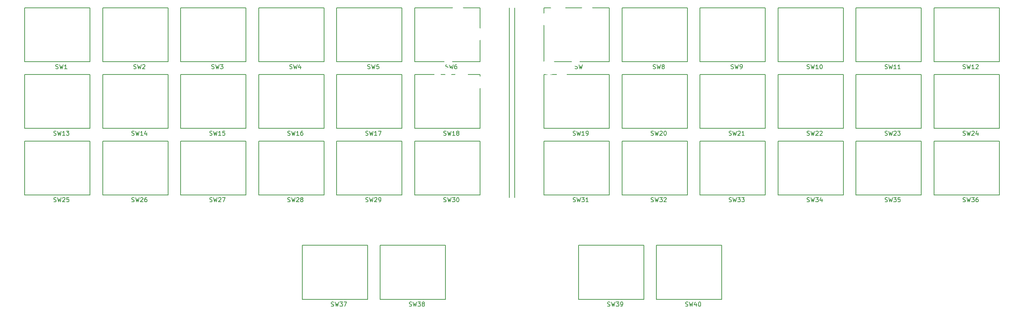
<source format=gto>
G04 #@! TF.FileFunction,Legend,Top*
%FSLAX46Y46*%
G04 Gerber Fmt 4.6, Leading zero omitted, Abs format (unit mm)*
G04 Created by KiCad (PCBNEW 4.0.1-stable) date Thursday, March 02, 2017 'PMt' 06:18:16 PM*
%MOMM*%
G01*
G04 APERTURE LIST*
%ADD10C,0.100000*%
%ADD11C,0.200000*%
%ADD12C,0.150000*%
%ADD13C,3.400000*%
%ADD14C,2.900000*%
%ADD15O,3.400000X3.400000*%
%ADD16C,1.924000*%
%ADD17O,2.400000X4.400000*%
%ADD18C,3.600000*%
%ADD19C,2.400000*%
%ADD20C,3.400000*%
%ADD21R,2.127200X2.127200*%
%ADD22O,2.127200X2.127200*%
G04 APERTURE END LIST*
D10*
D11*
X116200000Y0D02*
X116200000Y-45000000D01*
X115000000Y0D02*
X115000000Y-45000000D01*
D12*
X89500000Y-12800000D02*
X74000000Y-12800000D01*
X89500000Y0D02*
X89500000Y-12800000D01*
X74000000Y0D02*
X89500000Y0D01*
X74000000Y-12800000D02*
X74000000Y0D01*
X81333330Y-69200000D02*
X65833330Y-69200000D01*
X81333330Y-56400000D02*
X81333330Y-69200000D01*
X65833330Y-56400000D02*
X81333330Y-56400000D01*
X65833330Y-69200000D02*
X65833330Y-56400000D01*
X52500000Y-12800000D02*
X37000000Y-12800000D01*
X52500000Y0D02*
X52500000Y-12800000D01*
X37000000Y0D02*
X52500000Y0D01*
X37000000Y-12800000D02*
X37000000Y0D01*
X138700000Y-12800000D02*
X123200000Y-12800000D01*
X138700000Y0D02*
X138700000Y-12800000D01*
X123200000Y0D02*
X138700000Y0D01*
X123200000Y-12800000D02*
X123200000Y0D01*
X108000000Y-12800000D02*
X92500000Y-12800000D01*
X108000000Y0D02*
X108000000Y-12800000D01*
X92500000Y0D02*
X108000000Y0D01*
X92500000Y-12800000D02*
X92500000Y0D01*
X108000000Y-28600000D02*
X92500000Y-28600000D01*
X108000000Y-15800000D02*
X108000000Y-28600000D01*
X92500000Y-15800000D02*
X108000000Y-15800000D01*
X92500000Y-28600000D02*
X92500000Y-15800000D01*
X15500000Y-12800000D02*
X0Y-12800000D01*
X15500000Y0D02*
X15500000Y-12800000D01*
X0Y0D02*
X15500000Y0D01*
X0Y-12800000D02*
X0Y0D01*
X165366667Y-69200000D02*
X149866667Y-69200000D01*
X165366667Y-56400000D02*
X165366667Y-69200000D01*
X149866667Y-56400000D02*
X165366667Y-56400000D01*
X149866667Y-69200000D02*
X149866667Y-56400000D01*
X146866667Y-69200000D02*
X131366667Y-69200000D01*
X146866667Y-56400000D02*
X146866667Y-69200000D01*
X131366667Y-56400000D02*
X146866667Y-56400000D01*
X131366667Y-69200000D02*
X131366667Y-56400000D01*
X99833330Y-69200000D02*
X84333330Y-69200000D01*
X99833330Y-56400000D02*
X99833330Y-69200000D01*
X84333330Y-56400000D02*
X99833330Y-56400000D01*
X84333330Y-69200000D02*
X84333330Y-56400000D01*
X231200000Y-44400000D02*
X215700000Y-44400000D01*
X231200000Y-31600000D02*
X231200000Y-44400000D01*
X215700000Y-31600000D02*
X231200000Y-31600000D01*
X215700000Y-44400000D02*
X215700000Y-31600000D01*
X212700000Y-44400000D02*
X197200000Y-44400000D01*
X212700000Y-31600000D02*
X212700000Y-44400000D01*
X197200000Y-31600000D02*
X212700000Y-31600000D01*
X197200000Y-44400000D02*
X197200000Y-31600000D01*
X194200000Y-44400000D02*
X178700000Y-44400000D01*
X194200000Y-31600000D02*
X194200000Y-44400000D01*
X178700000Y-31600000D02*
X194200000Y-31600000D01*
X178700000Y-44400000D02*
X178700000Y-31600000D01*
X175700000Y-44400000D02*
X160200000Y-44400000D01*
X175700000Y-31600000D02*
X175700000Y-44400000D01*
X160200000Y-31600000D02*
X175700000Y-31600000D01*
X160200000Y-44400000D02*
X160200000Y-31600000D01*
X157200000Y-44400000D02*
X141700000Y-44400000D01*
X157200000Y-31600000D02*
X157200000Y-44400000D01*
X141700000Y-31600000D02*
X157200000Y-31600000D01*
X141700000Y-44400000D02*
X141700000Y-31600000D01*
X138700000Y-44400000D02*
X123200000Y-44400000D01*
X138700000Y-31600000D02*
X138700000Y-44400000D01*
X123200000Y-31600000D02*
X138700000Y-31600000D01*
X123200000Y-44400000D02*
X123200000Y-31600000D01*
X108000000Y-44400000D02*
X92500000Y-44400000D01*
X108000000Y-31600000D02*
X108000000Y-44400000D01*
X92500000Y-31600000D02*
X108000000Y-31600000D01*
X92500000Y-44400000D02*
X92500000Y-31600000D01*
X89500000Y-44400000D02*
X74000000Y-44400000D01*
X89500000Y-31600000D02*
X89500000Y-44400000D01*
X74000000Y-31600000D02*
X89500000Y-31600000D01*
X74000000Y-44400000D02*
X74000000Y-31600000D01*
X71000000Y-44400000D02*
X55500000Y-44400000D01*
X71000000Y-31600000D02*
X71000000Y-44400000D01*
X55500000Y-31600000D02*
X71000000Y-31600000D01*
X55500000Y-44400000D02*
X55500000Y-31600000D01*
X52500000Y-44400000D02*
X37000000Y-44400000D01*
X52500000Y-31600000D02*
X52500000Y-44400000D01*
X37000000Y-31600000D02*
X52500000Y-31600000D01*
X37000000Y-44400000D02*
X37000000Y-31600000D01*
X34000000Y-44400000D02*
X18500000Y-44400000D01*
X34000000Y-31600000D02*
X34000000Y-44400000D01*
X18500000Y-31600000D02*
X34000000Y-31600000D01*
X18500000Y-44400000D02*
X18500000Y-31600000D01*
X15500000Y-44400000D02*
X0Y-44400000D01*
X15500000Y-31600000D02*
X15500000Y-44400000D01*
X0Y-31600000D02*
X15500000Y-31600000D01*
X0Y-44400000D02*
X0Y-31600000D01*
X231200000Y-28600000D02*
X215700000Y-28600000D01*
X231200000Y-15800000D02*
X231200000Y-28600000D01*
X215700000Y-15800000D02*
X231200000Y-15800000D01*
X215700000Y-28600000D02*
X215700000Y-15800000D01*
X212700000Y-28600000D02*
X197200000Y-28600000D01*
X212700000Y-15800000D02*
X212700000Y-28600000D01*
X197200000Y-15800000D02*
X212700000Y-15800000D01*
X197200000Y-28600000D02*
X197200000Y-15800000D01*
X194200000Y-28600000D02*
X178700000Y-28600000D01*
X194200000Y-15800000D02*
X194200000Y-28600000D01*
X178700000Y-15800000D02*
X194200000Y-15800000D01*
X178700000Y-28600000D02*
X178700000Y-15800000D01*
X175700000Y-28600000D02*
X160200000Y-28600000D01*
X175700000Y-15800000D02*
X175700000Y-28600000D01*
X160200000Y-15800000D02*
X175700000Y-15800000D01*
X160200000Y-28600000D02*
X160200000Y-15800000D01*
X157200000Y-28600000D02*
X141700000Y-28600000D01*
X157200000Y-15800000D02*
X157200000Y-28600000D01*
X141700000Y-15800000D02*
X157200000Y-15800000D01*
X141700000Y-28600000D02*
X141700000Y-15800000D01*
X138700000Y-28600000D02*
X123200000Y-28600000D01*
X138700000Y-15800000D02*
X138700000Y-28600000D01*
X123200000Y-15800000D02*
X138700000Y-15800000D01*
X123200000Y-28600000D02*
X123200000Y-15800000D01*
X89500000Y-28600000D02*
X74000000Y-28600000D01*
X89500000Y-15800000D02*
X89500000Y-28600000D01*
X74000000Y-15800000D02*
X89500000Y-15800000D01*
X74000000Y-28600000D02*
X74000000Y-15800000D01*
X71000000Y-28600000D02*
X55500000Y-28600000D01*
X71000000Y-15800000D02*
X71000000Y-28600000D01*
X55500000Y-15800000D02*
X71000000Y-15800000D01*
X55500000Y-28600000D02*
X55500000Y-15800000D01*
X52500000Y-28600000D02*
X37000000Y-28600000D01*
X52500000Y-15800000D02*
X52500000Y-28600000D01*
X37000000Y-15800000D02*
X52500000Y-15800000D01*
X37000000Y-28600000D02*
X37000000Y-15800000D01*
X34000000Y-28600000D02*
X18500000Y-28600000D01*
X34000000Y-15800000D02*
X34000000Y-28600000D01*
X18500000Y-15800000D02*
X34000000Y-15800000D01*
X18500000Y-28600000D02*
X18500000Y-15800000D01*
X15500000Y-28600000D02*
X0Y-28600000D01*
X15500000Y-15800000D02*
X15500000Y-28600000D01*
X0Y-15800000D02*
X15500000Y-15800000D01*
X0Y-28600000D02*
X0Y-15800000D01*
X231200000Y-12800000D02*
X215700000Y-12800000D01*
X231200000Y0D02*
X231200000Y-12800000D01*
X215700000Y0D02*
X231200000Y0D01*
X215700000Y-12800000D02*
X215700000Y0D01*
X212700000Y-12800000D02*
X197200000Y-12800000D01*
X212700000Y0D02*
X212700000Y-12800000D01*
X197200000Y0D02*
X212700000Y0D01*
X197200000Y-12800000D02*
X197200000Y0D01*
X194200000Y-12800000D02*
X178700000Y-12800000D01*
X194200000Y0D02*
X194200000Y-12800000D01*
X178700000Y0D02*
X194200000Y0D01*
X178700000Y-12800000D02*
X178700000Y0D01*
X175700000Y-12800000D02*
X160200000Y-12800000D01*
X175700000Y0D02*
X175700000Y-12800000D01*
X160200000Y0D02*
X175700000Y0D01*
X160200000Y-12800000D02*
X160200000Y0D01*
X157200000Y-12800000D02*
X141700000Y-12800000D01*
X157200000Y0D02*
X157200000Y-12800000D01*
X141700000Y0D02*
X157200000Y0D01*
X141700000Y-12800000D02*
X141700000Y0D01*
X71000000Y-12800000D02*
X55500000Y-12800000D01*
X71000000Y0D02*
X71000000Y-12800000D01*
X55500000Y0D02*
X71000000Y0D01*
X55500000Y-12800000D02*
X55500000Y0D01*
X34000000Y-12800000D02*
X18500000Y-12800000D01*
X34000000Y0D02*
X34000000Y-12800000D01*
X18500000Y0D02*
X34000000Y0D01*
X18500000Y-12800000D02*
X18500000Y0D01*
X81366667Y-14404762D02*
X81509524Y-14452381D01*
X81747620Y-14452381D01*
X81842858Y-14404762D01*
X81890477Y-14357143D01*
X81938096Y-14261905D01*
X81938096Y-14166667D01*
X81890477Y-14071429D01*
X81842858Y-14023810D01*
X81747620Y-13976190D01*
X81557143Y-13928571D01*
X81461905Y-13880952D01*
X81414286Y-13833333D01*
X81366667Y-13738095D01*
X81366667Y-13642857D01*
X81414286Y-13547619D01*
X81461905Y-13500000D01*
X81557143Y-13452381D01*
X81795239Y-13452381D01*
X81938096Y-13500000D01*
X82271429Y-13452381D02*
X82509524Y-14452381D01*
X82700001Y-13738095D01*
X82890477Y-14452381D01*
X83128572Y-13452381D01*
X83985715Y-13452381D02*
X83509524Y-13452381D01*
X83461905Y-13928571D01*
X83509524Y-13880952D01*
X83604762Y-13833333D01*
X83842858Y-13833333D01*
X83938096Y-13880952D01*
X83985715Y-13928571D01*
X84033334Y-14023810D01*
X84033334Y-14261905D01*
X83985715Y-14357143D01*
X83938096Y-14404762D01*
X83842858Y-14452381D01*
X83604762Y-14452381D01*
X83509524Y-14404762D01*
X83461905Y-14357143D01*
X72723806Y-70804762D02*
X72866663Y-70852381D01*
X73104759Y-70852381D01*
X73199997Y-70804762D01*
X73247616Y-70757143D01*
X73295235Y-70661905D01*
X73295235Y-70566667D01*
X73247616Y-70471429D01*
X73199997Y-70423810D01*
X73104759Y-70376190D01*
X72914282Y-70328571D01*
X72819044Y-70280952D01*
X72771425Y-70233333D01*
X72723806Y-70138095D01*
X72723806Y-70042857D01*
X72771425Y-69947619D01*
X72819044Y-69900000D01*
X72914282Y-69852381D01*
X73152378Y-69852381D01*
X73295235Y-69900000D01*
X73628568Y-69852381D02*
X73866663Y-70852381D01*
X74057140Y-70138095D01*
X74247616Y-70852381D01*
X74485711Y-69852381D01*
X74771425Y-69852381D02*
X75390473Y-69852381D01*
X75057139Y-70233333D01*
X75199997Y-70233333D01*
X75295235Y-70280952D01*
X75342854Y-70328571D01*
X75390473Y-70423810D01*
X75390473Y-70661905D01*
X75342854Y-70757143D01*
X75295235Y-70804762D01*
X75199997Y-70852381D01*
X74914282Y-70852381D01*
X74819044Y-70804762D01*
X74771425Y-70757143D01*
X75723806Y-69852381D02*
X76390473Y-69852381D01*
X75961901Y-70852381D01*
X44366667Y-14404762D02*
X44509524Y-14452381D01*
X44747620Y-14452381D01*
X44842858Y-14404762D01*
X44890477Y-14357143D01*
X44938096Y-14261905D01*
X44938096Y-14166667D01*
X44890477Y-14071429D01*
X44842858Y-14023810D01*
X44747620Y-13976190D01*
X44557143Y-13928571D01*
X44461905Y-13880952D01*
X44414286Y-13833333D01*
X44366667Y-13738095D01*
X44366667Y-13642857D01*
X44414286Y-13547619D01*
X44461905Y-13500000D01*
X44557143Y-13452381D01*
X44795239Y-13452381D01*
X44938096Y-13500000D01*
X45271429Y-13452381D02*
X45509524Y-14452381D01*
X45700001Y-13738095D01*
X45890477Y-14452381D01*
X46128572Y-13452381D01*
X46414286Y-13452381D02*
X47033334Y-13452381D01*
X46700000Y-13833333D01*
X46842858Y-13833333D01*
X46938096Y-13880952D01*
X46985715Y-13928571D01*
X47033334Y-14023810D01*
X47033334Y-14261905D01*
X46985715Y-14357143D01*
X46938096Y-14404762D01*
X46842858Y-14452381D01*
X46557143Y-14452381D01*
X46461905Y-14404762D01*
X46414286Y-14357143D01*
X130566667Y-14404762D02*
X130709524Y-14452381D01*
X130947620Y-14452381D01*
X131042858Y-14404762D01*
X131090477Y-14357143D01*
X131138096Y-14261905D01*
X131138096Y-14166667D01*
X131090477Y-14071429D01*
X131042858Y-14023810D01*
X130947620Y-13976190D01*
X130757143Y-13928571D01*
X130661905Y-13880952D01*
X130614286Y-13833333D01*
X130566667Y-13738095D01*
X130566667Y-13642857D01*
X130614286Y-13547619D01*
X130661905Y-13500000D01*
X130757143Y-13452381D01*
X130995239Y-13452381D01*
X131138096Y-13500000D01*
X131471429Y-13452381D02*
X131709524Y-14452381D01*
X131900001Y-13738095D01*
X132090477Y-14452381D01*
X132328572Y-13452381D01*
X132614286Y-13452381D02*
X133280953Y-13452381D01*
X132852381Y-14452381D01*
X99866667Y-14404762D02*
X100009524Y-14452381D01*
X100247620Y-14452381D01*
X100342858Y-14404762D01*
X100390477Y-14357143D01*
X100438096Y-14261905D01*
X100438096Y-14166667D01*
X100390477Y-14071429D01*
X100342858Y-14023810D01*
X100247620Y-13976190D01*
X100057143Y-13928571D01*
X99961905Y-13880952D01*
X99914286Y-13833333D01*
X99866667Y-13738095D01*
X99866667Y-13642857D01*
X99914286Y-13547619D01*
X99961905Y-13500000D01*
X100057143Y-13452381D01*
X100295239Y-13452381D01*
X100438096Y-13500000D01*
X100771429Y-13452381D02*
X101009524Y-14452381D01*
X101200001Y-13738095D01*
X101390477Y-14452381D01*
X101628572Y-13452381D01*
X102438096Y-13452381D02*
X102247619Y-13452381D01*
X102152381Y-13500000D01*
X102104762Y-13547619D01*
X102009524Y-13690476D01*
X101961905Y-13880952D01*
X101961905Y-14261905D01*
X102009524Y-14357143D01*
X102057143Y-14404762D01*
X102152381Y-14452381D01*
X102342858Y-14452381D01*
X102438096Y-14404762D01*
X102485715Y-14357143D01*
X102533334Y-14261905D01*
X102533334Y-14023810D01*
X102485715Y-13928571D01*
X102438096Y-13880952D01*
X102342858Y-13833333D01*
X102152381Y-13833333D01*
X102057143Y-13880952D01*
X102009524Y-13928571D01*
X101961905Y-14023810D01*
X99390476Y-30204762D02*
X99533333Y-30252381D01*
X99771429Y-30252381D01*
X99866667Y-30204762D01*
X99914286Y-30157143D01*
X99961905Y-30061905D01*
X99961905Y-29966667D01*
X99914286Y-29871429D01*
X99866667Y-29823810D01*
X99771429Y-29776190D01*
X99580952Y-29728571D01*
X99485714Y-29680952D01*
X99438095Y-29633333D01*
X99390476Y-29538095D01*
X99390476Y-29442857D01*
X99438095Y-29347619D01*
X99485714Y-29300000D01*
X99580952Y-29252381D01*
X99819048Y-29252381D01*
X99961905Y-29300000D01*
X100295238Y-29252381D02*
X100533333Y-30252381D01*
X100723810Y-29538095D01*
X100914286Y-30252381D01*
X101152381Y-29252381D01*
X102057143Y-30252381D02*
X101485714Y-30252381D01*
X101771428Y-30252381D02*
X101771428Y-29252381D01*
X101676190Y-29395238D01*
X101580952Y-29490476D01*
X101485714Y-29538095D01*
X102628571Y-29680952D02*
X102533333Y-29633333D01*
X102485714Y-29585714D01*
X102438095Y-29490476D01*
X102438095Y-29442857D01*
X102485714Y-29347619D01*
X102533333Y-29300000D01*
X102628571Y-29252381D01*
X102819048Y-29252381D01*
X102914286Y-29300000D01*
X102961905Y-29347619D01*
X103009524Y-29442857D01*
X103009524Y-29490476D01*
X102961905Y-29585714D01*
X102914286Y-29633333D01*
X102819048Y-29680952D01*
X102628571Y-29680952D01*
X102533333Y-29728571D01*
X102485714Y-29776190D01*
X102438095Y-29871429D01*
X102438095Y-30061905D01*
X102485714Y-30157143D01*
X102533333Y-30204762D01*
X102628571Y-30252381D01*
X102819048Y-30252381D01*
X102914286Y-30204762D01*
X102961905Y-30157143D01*
X103009524Y-30061905D01*
X103009524Y-29871429D01*
X102961905Y-29776190D01*
X102914286Y-29728571D01*
X102819048Y-29680952D01*
X7366667Y-14404762D02*
X7509524Y-14452381D01*
X7747620Y-14452381D01*
X7842858Y-14404762D01*
X7890477Y-14357143D01*
X7938096Y-14261905D01*
X7938096Y-14166667D01*
X7890477Y-14071429D01*
X7842858Y-14023810D01*
X7747620Y-13976190D01*
X7557143Y-13928571D01*
X7461905Y-13880952D01*
X7414286Y-13833333D01*
X7366667Y-13738095D01*
X7366667Y-13642857D01*
X7414286Y-13547619D01*
X7461905Y-13500000D01*
X7557143Y-13452381D01*
X7795239Y-13452381D01*
X7938096Y-13500000D01*
X8271429Y-13452381D02*
X8509524Y-14452381D01*
X8700001Y-13738095D01*
X8890477Y-14452381D01*
X9128572Y-13452381D01*
X10033334Y-14452381D02*
X9461905Y-14452381D01*
X9747619Y-14452381D02*
X9747619Y-13452381D01*
X9652381Y-13595238D01*
X9557143Y-13690476D01*
X9461905Y-13738095D01*
X156757143Y-70804762D02*
X156900000Y-70852381D01*
X157138096Y-70852381D01*
X157233334Y-70804762D01*
X157280953Y-70757143D01*
X157328572Y-70661905D01*
X157328572Y-70566667D01*
X157280953Y-70471429D01*
X157233334Y-70423810D01*
X157138096Y-70376190D01*
X156947619Y-70328571D01*
X156852381Y-70280952D01*
X156804762Y-70233333D01*
X156757143Y-70138095D01*
X156757143Y-70042857D01*
X156804762Y-69947619D01*
X156852381Y-69900000D01*
X156947619Y-69852381D01*
X157185715Y-69852381D01*
X157328572Y-69900000D01*
X157661905Y-69852381D02*
X157900000Y-70852381D01*
X158090477Y-70138095D01*
X158280953Y-70852381D01*
X158519048Y-69852381D01*
X159328572Y-70185714D02*
X159328572Y-70852381D01*
X159090476Y-69804762D02*
X158852381Y-70519048D01*
X159471429Y-70519048D01*
X160042857Y-69852381D02*
X160138096Y-69852381D01*
X160233334Y-69900000D01*
X160280953Y-69947619D01*
X160328572Y-70042857D01*
X160376191Y-70233333D01*
X160376191Y-70471429D01*
X160328572Y-70661905D01*
X160280953Y-70757143D01*
X160233334Y-70804762D01*
X160138096Y-70852381D01*
X160042857Y-70852381D01*
X159947619Y-70804762D01*
X159900000Y-70757143D01*
X159852381Y-70661905D01*
X159804762Y-70471429D01*
X159804762Y-70233333D01*
X159852381Y-70042857D01*
X159900000Y-69947619D01*
X159947619Y-69900000D01*
X160042857Y-69852381D01*
X138257143Y-70804762D02*
X138400000Y-70852381D01*
X138638096Y-70852381D01*
X138733334Y-70804762D01*
X138780953Y-70757143D01*
X138828572Y-70661905D01*
X138828572Y-70566667D01*
X138780953Y-70471429D01*
X138733334Y-70423810D01*
X138638096Y-70376190D01*
X138447619Y-70328571D01*
X138352381Y-70280952D01*
X138304762Y-70233333D01*
X138257143Y-70138095D01*
X138257143Y-70042857D01*
X138304762Y-69947619D01*
X138352381Y-69900000D01*
X138447619Y-69852381D01*
X138685715Y-69852381D01*
X138828572Y-69900000D01*
X139161905Y-69852381D02*
X139400000Y-70852381D01*
X139590477Y-70138095D01*
X139780953Y-70852381D01*
X140019048Y-69852381D01*
X140304762Y-69852381D02*
X140923810Y-69852381D01*
X140590476Y-70233333D01*
X140733334Y-70233333D01*
X140828572Y-70280952D01*
X140876191Y-70328571D01*
X140923810Y-70423810D01*
X140923810Y-70661905D01*
X140876191Y-70757143D01*
X140828572Y-70804762D01*
X140733334Y-70852381D01*
X140447619Y-70852381D01*
X140352381Y-70804762D01*
X140304762Y-70757143D01*
X141400000Y-70852381D02*
X141590476Y-70852381D01*
X141685715Y-70804762D01*
X141733334Y-70757143D01*
X141828572Y-70614286D01*
X141876191Y-70423810D01*
X141876191Y-70042857D01*
X141828572Y-69947619D01*
X141780953Y-69900000D01*
X141685715Y-69852381D01*
X141495238Y-69852381D01*
X141400000Y-69900000D01*
X141352381Y-69947619D01*
X141304762Y-70042857D01*
X141304762Y-70280952D01*
X141352381Y-70376190D01*
X141400000Y-70423810D01*
X141495238Y-70471429D01*
X141685715Y-70471429D01*
X141780953Y-70423810D01*
X141828572Y-70376190D01*
X141876191Y-70280952D01*
X91223806Y-70804762D02*
X91366663Y-70852381D01*
X91604759Y-70852381D01*
X91699997Y-70804762D01*
X91747616Y-70757143D01*
X91795235Y-70661905D01*
X91795235Y-70566667D01*
X91747616Y-70471429D01*
X91699997Y-70423810D01*
X91604759Y-70376190D01*
X91414282Y-70328571D01*
X91319044Y-70280952D01*
X91271425Y-70233333D01*
X91223806Y-70138095D01*
X91223806Y-70042857D01*
X91271425Y-69947619D01*
X91319044Y-69900000D01*
X91414282Y-69852381D01*
X91652378Y-69852381D01*
X91795235Y-69900000D01*
X92128568Y-69852381D02*
X92366663Y-70852381D01*
X92557140Y-70138095D01*
X92747616Y-70852381D01*
X92985711Y-69852381D01*
X93271425Y-69852381D02*
X93890473Y-69852381D01*
X93557139Y-70233333D01*
X93699997Y-70233333D01*
X93795235Y-70280952D01*
X93842854Y-70328571D01*
X93890473Y-70423810D01*
X93890473Y-70661905D01*
X93842854Y-70757143D01*
X93795235Y-70804762D01*
X93699997Y-70852381D01*
X93414282Y-70852381D01*
X93319044Y-70804762D01*
X93271425Y-70757143D01*
X94461901Y-70280952D02*
X94366663Y-70233333D01*
X94319044Y-70185714D01*
X94271425Y-70090476D01*
X94271425Y-70042857D01*
X94319044Y-69947619D01*
X94366663Y-69900000D01*
X94461901Y-69852381D01*
X94652378Y-69852381D01*
X94747616Y-69900000D01*
X94795235Y-69947619D01*
X94842854Y-70042857D01*
X94842854Y-70090476D01*
X94795235Y-70185714D01*
X94747616Y-70233333D01*
X94652378Y-70280952D01*
X94461901Y-70280952D01*
X94366663Y-70328571D01*
X94319044Y-70376190D01*
X94271425Y-70471429D01*
X94271425Y-70661905D01*
X94319044Y-70757143D01*
X94366663Y-70804762D01*
X94461901Y-70852381D01*
X94652378Y-70852381D01*
X94747616Y-70804762D01*
X94795235Y-70757143D01*
X94842854Y-70661905D01*
X94842854Y-70471429D01*
X94795235Y-70376190D01*
X94747616Y-70328571D01*
X94652378Y-70280952D01*
X222590476Y-46004762D02*
X222733333Y-46052381D01*
X222971429Y-46052381D01*
X223066667Y-46004762D01*
X223114286Y-45957143D01*
X223161905Y-45861905D01*
X223161905Y-45766667D01*
X223114286Y-45671429D01*
X223066667Y-45623810D01*
X222971429Y-45576190D01*
X222780952Y-45528571D01*
X222685714Y-45480952D01*
X222638095Y-45433333D01*
X222590476Y-45338095D01*
X222590476Y-45242857D01*
X222638095Y-45147619D01*
X222685714Y-45100000D01*
X222780952Y-45052381D01*
X223019048Y-45052381D01*
X223161905Y-45100000D01*
X223495238Y-45052381D02*
X223733333Y-46052381D01*
X223923810Y-45338095D01*
X224114286Y-46052381D01*
X224352381Y-45052381D01*
X224638095Y-45052381D02*
X225257143Y-45052381D01*
X224923809Y-45433333D01*
X225066667Y-45433333D01*
X225161905Y-45480952D01*
X225209524Y-45528571D01*
X225257143Y-45623810D01*
X225257143Y-45861905D01*
X225209524Y-45957143D01*
X225161905Y-46004762D01*
X225066667Y-46052381D01*
X224780952Y-46052381D01*
X224685714Y-46004762D01*
X224638095Y-45957143D01*
X226114286Y-45052381D02*
X225923809Y-45052381D01*
X225828571Y-45100000D01*
X225780952Y-45147619D01*
X225685714Y-45290476D01*
X225638095Y-45480952D01*
X225638095Y-45861905D01*
X225685714Y-45957143D01*
X225733333Y-46004762D01*
X225828571Y-46052381D01*
X226019048Y-46052381D01*
X226114286Y-46004762D01*
X226161905Y-45957143D01*
X226209524Y-45861905D01*
X226209524Y-45623810D01*
X226161905Y-45528571D01*
X226114286Y-45480952D01*
X226019048Y-45433333D01*
X225828571Y-45433333D01*
X225733333Y-45480952D01*
X225685714Y-45528571D01*
X225638095Y-45623810D01*
X204090476Y-46004762D02*
X204233333Y-46052381D01*
X204471429Y-46052381D01*
X204566667Y-46004762D01*
X204614286Y-45957143D01*
X204661905Y-45861905D01*
X204661905Y-45766667D01*
X204614286Y-45671429D01*
X204566667Y-45623810D01*
X204471429Y-45576190D01*
X204280952Y-45528571D01*
X204185714Y-45480952D01*
X204138095Y-45433333D01*
X204090476Y-45338095D01*
X204090476Y-45242857D01*
X204138095Y-45147619D01*
X204185714Y-45100000D01*
X204280952Y-45052381D01*
X204519048Y-45052381D01*
X204661905Y-45100000D01*
X204995238Y-45052381D02*
X205233333Y-46052381D01*
X205423810Y-45338095D01*
X205614286Y-46052381D01*
X205852381Y-45052381D01*
X206138095Y-45052381D02*
X206757143Y-45052381D01*
X206423809Y-45433333D01*
X206566667Y-45433333D01*
X206661905Y-45480952D01*
X206709524Y-45528571D01*
X206757143Y-45623810D01*
X206757143Y-45861905D01*
X206709524Y-45957143D01*
X206661905Y-46004762D01*
X206566667Y-46052381D01*
X206280952Y-46052381D01*
X206185714Y-46004762D01*
X206138095Y-45957143D01*
X207661905Y-45052381D02*
X207185714Y-45052381D01*
X207138095Y-45528571D01*
X207185714Y-45480952D01*
X207280952Y-45433333D01*
X207519048Y-45433333D01*
X207614286Y-45480952D01*
X207661905Y-45528571D01*
X207709524Y-45623810D01*
X207709524Y-45861905D01*
X207661905Y-45957143D01*
X207614286Y-46004762D01*
X207519048Y-46052381D01*
X207280952Y-46052381D01*
X207185714Y-46004762D01*
X207138095Y-45957143D01*
X185590476Y-46004762D02*
X185733333Y-46052381D01*
X185971429Y-46052381D01*
X186066667Y-46004762D01*
X186114286Y-45957143D01*
X186161905Y-45861905D01*
X186161905Y-45766667D01*
X186114286Y-45671429D01*
X186066667Y-45623810D01*
X185971429Y-45576190D01*
X185780952Y-45528571D01*
X185685714Y-45480952D01*
X185638095Y-45433333D01*
X185590476Y-45338095D01*
X185590476Y-45242857D01*
X185638095Y-45147619D01*
X185685714Y-45100000D01*
X185780952Y-45052381D01*
X186019048Y-45052381D01*
X186161905Y-45100000D01*
X186495238Y-45052381D02*
X186733333Y-46052381D01*
X186923810Y-45338095D01*
X187114286Y-46052381D01*
X187352381Y-45052381D01*
X187638095Y-45052381D02*
X188257143Y-45052381D01*
X187923809Y-45433333D01*
X188066667Y-45433333D01*
X188161905Y-45480952D01*
X188209524Y-45528571D01*
X188257143Y-45623810D01*
X188257143Y-45861905D01*
X188209524Y-45957143D01*
X188161905Y-46004762D01*
X188066667Y-46052381D01*
X187780952Y-46052381D01*
X187685714Y-46004762D01*
X187638095Y-45957143D01*
X189114286Y-45385714D02*
X189114286Y-46052381D01*
X188876190Y-45004762D02*
X188638095Y-45719048D01*
X189257143Y-45719048D01*
X167090476Y-46004762D02*
X167233333Y-46052381D01*
X167471429Y-46052381D01*
X167566667Y-46004762D01*
X167614286Y-45957143D01*
X167661905Y-45861905D01*
X167661905Y-45766667D01*
X167614286Y-45671429D01*
X167566667Y-45623810D01*
X167471429Y-45576190D01*
X167280952Y-45528571D01*
X167185714Y-45480952D01*
X167138095Y-45433333D01*
X167090476Y-45338095D01*
X167090476Y-45242857D01*
X167138095Y-45147619D01*
X167185714Y-45100000D01*
X167280952Y-45052381D01*
X167519048Y-45052381D01*
X167661905Y-45100000D01*
X167995238Y-45052381D02*
X168233333Y-46052381D01*
X168423810Y-45338095D01*
X168614286Y-46052381D01*
X168852381Y-45052381D01*
X169138095Y-45052381D02*
X169757143Y-45052381D01*
X169423809Y-45433333D01*
X169566667Y-45433333D01*
X169661905Y-45480952D01*
X169709524Y-45528571D01*
X169757143Y-45623810D01*
X169757143Y-45861905D01*
X169709524Y-45957143D01*
X169661905Y-46004762D01*
X169566667Y-46052381D01*
X169280952Y-46052381D01*
X169185714Y-46004762D01*
X169138095Y-45957143D01*
X170090476Y-45052381D02*
X170709524Y-45052381D01*
X170376190Y-45433333D01*
X170519048Y-45433333D01*
X170614286Y-45480952D01*
X170661905Y-45528571D01*
X170709524Y-45623810D01*
X170709524Y-45861905D01*
X170661905Y-45957143D01*
X170614286Y-46004762D01*
X170519048Y-46052381D01*
X170233333Y-46052381D01*
X170138095Y-46004762D01*
X170090476Y-45957143D01*
X148590476Y-46004762D02*
X148733333Y-46052381D01*
X148971429Y-46052381D01*
X149066667Y-46004762D01*
X149114286Y-45957143D01*
X149161905Y-45861905D01*
X149161905Y-45766667D01*
X149114286Y-45671429D01*
X149066667Y-45623810D01*
X148971429Y-45576190D01*
X148780952Y-45528571D01*
X148685714Y-45480952D01*
X148638095Y-45433333D01*
X148590476Y-45338095D01*
X148590476Y-45242857D01*
X148638095Y-45147619D01*
X148685714Y-45100000D01*
X148780952Y-45052381D01*
X149019048Y-45052381D01*
X149161905Y-45100000D01*
X149495238Y-45052381D02*
X149733333Y-46052381D01*
X149923810Y-45338095D01*
X150114286Y-46052381D01*
X150352381Y-45052381D01*
X150638095Y-45052381D02*
X151257143Y-45052381D01*
X150923809Y-45433333D01*
X151066667Y-45433333D01*
X151161905Y-45480952D01*
X151209524Y-45528571D01*
X151257143Y-45623810D01*
X151257143Y-45861905D01*
X151209524Y-45957143D01*
X151161905Y-46004762D01*
X151066667Y-46052381D01*
X150780952Y-46052381D01*
X150685714Y-46004762D01*
X150638095Y-45957143D01*
X151638095Y-45147619D02*
X151685714Y-45100000D01*
X151780952Y-45052381D01*
X152019048Y-45052381D01*
X152114286Y-45100000D01*
X152161905Y-45147619D01*
X152209524Y-45242857D01*
X152209524Y-45338095D01*
X152161905Y-45480952D01*
X151590476Y-46052381D01*
X152209524Y-46052381D01*
X130090476Y-46004762D02*
X130233333Y-46052381D01*
X130471429Y-46052381D01*
X130566667Y-46004762D01*
X130614286Y-45957143D01*
X130661905Y-45861905D01*
X130661905Y-45766667D01*
X130614286Y-45671429D01*
X130566667Y-45623810D01*
X130471429Y-45576190D01*
X130280952Y-45528571D01*
X130185714Y-45480952D01*
X130138095Y-45433333D01*
X130090476Y-45338095D01*
X130090476Y-45242857D01*
X130138095Y-45147619D01*
X130185714Y-45100000D01*
X130280952Y-45052381D01*
X130519048Y-45052381D01*
X130661905Y-45100000D01*
X130995238Y-45052381D02*
X131233333Y-46052381D01*
X131423810Y-45338095D01*
X131614286Y-46052381D01*
X131852381Y-45052381D01*
X132138095Y-45052381D02*
X132757143Y-45052381D01*
X132423809Y-45433333D01*
X132566667Y-45433333D01*
X132661905Y-45480952D01*
X132709524Y-45528571D01*
X132757143Y-45623810D01*
X132757143Y-45861905D01*
X132709524Y-45957143D01*
X132661905Y-46004762D01*
X132566667Y-46052381D01*
X132280952Y-46052381D01*
X132185714Y-46004762D01*
X132138095Y-45957143D01*
X133709524Y-46052381D02*
X133138095Y-46052381D01*
X133423809Y-46052381D02*
X133423809Y-45052381D01*
X133328571Y-45195238D01*
X133233333Y-45290476D01*
X133138095Y-45338095D01*
X99390476Y-46004762D02*
X99533333Y-46052381D01*
X99771429Y-46052381D01*
X99866667Y-46004762D01*
X99914286Y-45957143D01*
X99961905Y-45861905D01*
X99961905Y-45766667D01*
X99914286Y-45671429D01*
X99866667Y-45623810D01*
X99771429Y-45576190D01*
X99580952Y-45528571D01*
X99485714Y-45480952D01*
X99438095Y-45433333D01*
X99390476Y-45338095D01*
X99390476Y-45242857D01*
X99438095Y-45147619D01*
X99485714Y-45100000D01*
X99580952Y-45052381D01*
X99819048Y-45052381D01*
X99961905Y-45100000D01*
X100295238Y-45052381D02*
X100533333Y-46052381D01*
X100723810Y-45338095D01*
X100914286Y-46052381D01*
X101152381Y-45052381D01*
X101438095Y-45052381D02*
X102057143Y-45052381D01*
X101723809Y-45433333D01*
X101866667Y-45433333D01*
X101961905Y-45480952D01*
X102009524Y-45528571D01*
X102057143Y-45623810D01*
X102057143Y-45861905D01*
X102009524Y-45957143D01*
X101961905Y-46004762D01*
X101866667Y-46052381D01*
X101580952Y-46052381D01*
X101485714Y-46004762D01*
X101438095Y-45957143D01*
X102676190Y-45052381D02*
X102771429Y-45052381D01*
X102866667Y-45100000D01*
X102914286Y-45147619D01*
X102961905Y-45242857D01*
X103009524Y-45433333D01*
X103009524Y-45671429D01*
X102961905Y-45861905D01*
X102914286Y-45957143D01*
X102866667Y-46004762D01*
X102771429Y-46052381D01*
X102676190Y-46052381D01*
X102580952Y-46004762D01*
X102533333Y-45957143D01*
X102485714Y-45861905D01*
X102438095Y-45671429D01*
X102438095Y-45433333D01*
X102485714Y-45242857D01*
X102533333Y-45147619D01*
X102580952Y-45100000D01*
X102676190Y-45052381D01*
X80890476Y-46004762D02*
X81033333Y-46052381D01*
X81271429Y-46052381D01*
X81366667Y-46004762D01*
X81414286Y-45957143D01*
X81461905Y-45861905D01*
X81461905Y-45766667D01*
X81414286Y-45671429D01*
X81366667Y-45623810D01*
X81271429Y-45576190D01*
X81080952Y-45528571D01*
X80985714Y-45480952D01*
X80938095Y-45433333D01*
X80890476Y-45338095D01*
X80890476Y-45242857D01*
X80938095Y-45147619D01*
X80985714Y-45100000D01*
X81080952Y-45052381D01*
X81319048Y-45052381D01*
X81461905Y-45100000D01*
X81795238Y-45052381D02*
X82033333Y-46052381D01*
X82223810Y-45338095D01*
X82414286Y-46052381D01*
X82652381Y-45052381D01*
X82985714Y-45147619D02*
X83033333Y-45100000D01*
X83128571Y-45052381D01*
X83366667Y-45052381D01*
X83461905Y-45100000D01*
X83509524Y-45147619D01*
X83557143Y-45242857D01*
X83557143Y-45338095D01*
X83509524Y-45480952D01*
X82938095Y-46052381D01*
X83557143Y-46052381D01*
X84033333Y-46052381D02*
X84223809Y-46052381D01*
X84319048Y-46004762D01*
X84366667Y-45957143D01*
X84461905Y-45814286D01*
X84509524Y-45623810D01*
X84509524Y-45242857D01*
X84461905Y-45147619D01*
X84414286Y-45100000D01*
X84319048Y-45052381D01*
X84128571Y-45052381D01*
X84033333Y-45100000D01*
X83985714Y-45147619D01*
X83938095Y-45242857D01*
X83938095Y-45480952D01*
X83985714Y-45576190D01*
X84033333Y-45623810D01*
X84128571Y-45671429D01*
X84319048Y-45671429D01*
X84414286Y-45623810D01*
X84461905Y-45576190D01*
X84509524Y-45480952D01*
X62390476Y-46004762D02*
X62533333Y-46052381D01*
X62771429Y-46052381D01*
X62866667Y-46004762D01*
X62914286Y-45957143D01*
X62961905Y-45861905D01*
X62961905Y-45766667D01*
X62914286Y-45671429D01*
X62866667Y-45623810D01*
X62771429Y-45576190D01*
X62580952Y-45528571D01*
X62485714Y-45480952D01*
X62438095Y-45433333D01*
X62390476Y-45338095D01*
X62390476Y-45242857D01*
X62438095Y-45147619D01*
X62485714Y-45100000D01*
X62580952Y-45052381D01*
X62819048Y-45052381D01*
X62961905Y-45100000D01*
X63295238Y-45052381D02*
X63533333Y-46052381D01*
X63723810Y-45338095D01*
X63914286Y-46052381D01*
X64152381Y-45052381D01*
X64485714Y-45147619D02*
X64533333Y-45100000D01*
X64628571Y-45052381D01*
X64866667Y-45052381D01*
X64961905Y-45100000D01*
X65009524Y-45147619D01*
X65057143Y-45242857D01*
X65057143Y-45338095D01*
X65009524Y-45480952D01*
X64438095Y-46052381D01*
X65057143Y-46052381D01*
X65628571Y-45480952D02*
X65533333Y-45433333D01*
X65485714Y-45385714D01*
X65438095Y-45290476D01*
X65438095Y-45242857D01*
X65485714Y-45147619D01*
X65533333Y-45100000D01*
X65628571Y-45052381D01*
X65819048Y-45052381D01*
X65914286Y-45100000D01*
X65961905Y-45147619D01*
X66009524Y-45242857D01*
X66009524Y-45290476D01*
X65961905Y-45385714D01*
X65914286Y-45433333D01*
X65819048Y-45480952D01*
X65628571Y-45480952D01*
X65533333Y-45528571D01*
X65485714Y-45576190D01*
X65438095Y-45671429D01*
X65438095Y-45861905D01*
X65485714Y-45957143D01*
X65533333Y-46004762D01*
X65628571Y-46052381D01*
X65819048Y-46052381D01*
X65914286Y-46004762D01*
X65961905Y-45957143D01*
X66009524Y-45861905D01*
X66009524Y-45671429D01*
X65961905Y-45576190D01*
X65914286Y-45528571D01*
X65819048Y-45480952D01*
X43890476Y-46004762D02*
X44033333Y-46052381D01*
X44271429Y-46052381D01*
X44366667Y-46004762D01*
X44414286Y-45957143D01*
X44461905Y-45861905D01*
X44461905Y-45766667D01*
X44414286Y-45671429D01*
X44366667Y-45623810D01*
X44271429Y-45576190D01*
X44080952Y-45528571D01*
X43985714Y-45480952D01*
X43938095Y-45433333D01*
X43890476Y-45338095D01*
X43890476Y-45242857D01*
X43938095Y-45147619D01*
X43985714Y-45100000D01*
X44080952Y-45052381D01*
X44319048Y-45052381D01*
X44461905Y-45100000D01*
X44795238Y-45052381D02*
X45033333Y-46052381D01*
X45223810Y-45338095D01*
X45414286Y-46052381D01*
X45652381Y-45052381D01*
X45985714Y-45147619D02*
X46033333Y-45100000D01*
X46128571Y-45052381D01*
X46366667Y-45052381D01*
X46461905Y-45100000D01*
X46509524Y-45147619D01*
X46557143Y-45242857D01*
X46557143Y-45338095D01*
X46509524Y-45480952D01*
X45938095Y-46052381D01*
X46557143Y-46052381D01*
X46890476Y-45052381D02*
X47557143Y-45052381D01*
X47128571Y-46052381D01*
X25390476Y-46004762D02*
X25533333Y-46052381D01*
X25771429Y-46052381D01*
X25866667Y-46004762D01*
X25914286Y-45957143D01*
X25961905Y-45861905D01*
X25961905Y-45766667D01*
X25914286Y-45671429D01*
X25866667Y-45623810D01*
X25771429Y-45576190D01*
X25580952Y-45528571D01*
X25485714Y-45480952D01*
X25438095Y-45433333D01*
X25390476Y-45338095D01*
X25390476Y-45242857D01*
X25438095Y-45147619D01*
X25485714Y-45100000D01*
X25580952Y-45052381D01*
X25819048Y-45052381D01*
X25961905Y-45100000D01*
X26295238Y-45052381D02*
X26533333Y-46052381D01*
X26723810Y-45338095D01*
X26914286Y-46052381D01*
X27152381Y-45052381D01*
X27485714Y-45147619D02*
X27533333Y-45100000D01*
X27628571Y-45052381D01*
X27866667Y-45052381D01*
X27961905Y-45100000D01*
X28009524Y-45147619D01*
X28057143Y-45242857D01*
X28057143Y-45338095D01*
X28009524Y-45480952D01*
X27438095Y-46052381D01*
X28057143Y-46052381D01*
X28914286Y-45052381D02*
X28723809Y-45052381D01*
X28628571Y-45100000D01*
X28580952Y-45147619D01*
X28485714Y-45290476D01*
X28438095Y-45480952D01*
X28438095Y-45861905D01*
X28485714Y-45957143D01*
X28533333Y-46004762D01*
X28628571Y-46052381D01*
X28819048Y-46052381D01*
X28914286Y-46004762D01*
X28961905Y-45957143D01*
X29009524Y-45861905D01*
X29009524Y-45623810D01*
X28961905Y-45528571D01*
X28914286Y-45480952D01*
X28819048Y-45433333D01*
X28628571Y-45433333D01*
X28533333Y-45480952D01*
X28485714Y-45528571D01*
X28438095Y-45623810D01*
X6890476Y-46004762D02*
X7033333Y-46052381D01*
X7271429Y-46052381D01*
X7366667Y-46004762D01*
X7414286Y-45957143D01*
X7461905Y-45861905D01*
X7461905Y-45766667D01*
X7414286Y-45671429D01*
X7366667Y-45623810D01*
X7271429Y-45576190D01*
X7080952Y-45528571D01*
X6985714Y-45480952D01*
X6938095Y-45433333D01*
X6890476Y-45338095D01*
X6890476Y-45242857D01*
X6938095Y-45147619D01*
X6985714Y-45100000D01*
X7080952Y-45052381D01*
X7319048Y-45052381D01*
X7461905Y-45100000D01*
X7795238Y-45052381D02*
X8033333Y-46052381D01*
X8223810Y-45338095D01*
X8414286Y-46052381D01*
X8652381Y-45052381D01*
X8985714Y-45147619D02*
X9033333Y-45100000D01*
X9128571Y-45052381D01*
X9366667Y-45052381D01*
X9461905Y-45100000D01*
X9509524Y-45147619D01*
X9557143Y-45242857D01*
X9557143Y-45338095D01*
X9509524Y-45480952D01*
X8938095Y-46052381D01*
X9557143Y-46052381D01*
X10461905Y-45052381D02*
X9985714Y-45052381D01*
X9938095Y-45528571D01*
X9985714Y-45480952D01*
X10080952Y-45433333D01*
X10319048Y-45433333D01*
X10414286Y-45480952D01*
X10461905Y-45528571D01*
X10509524Y-45623810D01*
X10509524Y-45861905D01*
X10461905Y-45957143D01*
X10414286Y-46004762D01*
X10319048Y-46052381D01*
X10080952Y-46052381D01*
X9985714Y-46004762D01*
X9938095Y-45957143D01*
X222590476Y-30204762D02*
X222733333Y-30252381D01*
X222971429Y-30252381D01*
X223066667Y-30204762D01*
X223114286Y-30157143D01*
X223161905Y-30061905D01*
X223161905Y-29966667D01*
X223114286Y-29871429D01*
X223066667Y-29823810D01*
X222971429Y-29776190D01*
X222780952Y-29728571D01*
X222685714Y-29680952D01*
X222638095Y-29633333D01*
X222590476Y-29538095D01*
X222590476Y-29442857D01*
X222638095Y-29347619D01*
X222685714Y-29300000D01*
X222780952Y-29252381D01*
X223019048Y-29252381D01*
X223161905Y-29300000D01*
X223495238Y-29252381D02*
X223733333Y-30252381D01*
X223923810Y-29538095D01*
X224114286Y-30252381D01*
X224352381Y-29252381D01*
X224685714Y-29347619D02*
X224733333Y-29300000D01*
X224828571Y-29252381D01*
X225066667Y-29252381D01*
X225161905Y-29300000D01*
X225209524Y-29347619D01*
X225257143Y-29442857D01*
X225257143Y-29538095D01*
X225209524Y-29680952D01*
X224638095Y-30252381D01*
X225257143Y-30252381D01*
X226114286Y-29585714D02*
X226114286Y-30252381D01*
X225876190Y-29204762D02*
X225638095Y-29919048D01*
X226257143Y-29919048D01*
X204090476Y-30204762D02*
X204233333Y-30252381D01*
X204471429Y-30252381D01*
X204566667Y-30204762D01*
X204614286Y-30157143D01*
X204661905Y-30061905D01*
X204661905Y-29966667D01*
X204614286Y-29871429D01*
X204566667Y-29823810D01*
X204471429Y-29776190D01*
X204280952Y-29728571D01*
X204185714Y-29680952D01*
X204138095Y-29633333D01*
X204090476Y-29538095D01*
X204090476Y-29442857D01*
X204138095Y-29347619D01*
X204185714Y-29300000D01*
X204280952Y-29252381D01*
X204519048Y-29252381D01*
X204661905Y-29300000D01*
X204995238Y-29252381D02*
X205233333Y-30252381D01*
X205423810Y-29538095D01*
X205614286Y-30252381D01*
X205852381Y-29252381D01*
X206185714Y-29347619D02*
X206233333Y-29300000D01*
X206328571Y-29252381D01*
X206566667Y-29252381D01*
X206661905Y-29300000D01*
X206709524Y-29347619D01*
X206757143Y-29442857D01*
X206757143Y-29538095D01*
X206709524Y-29680952D01*
X206138095Y-30252381D01*
X206757143Y-30252381D01*
X207090476Y-29252381D02*
X207709524Y-29252381D01*
X207376190Y-29633333D01*
X207519048Y-29633333D01*
X207614286Y-29680952D01*
X207661905Y-29728571D01*
X207709524Y-29823810D01*
X207709524Y-30061905D01*
X207661905Y-30157143D01*
X207614286Y-30204762D01*
X207519048Y-30252381D01*
X207233333Y-30252381D01*
X207138095Y-30204762D01*
X207090476Y-30157143D01*
X185590476Y-30204762D02*
X185733333Y-30252381D01*
X185971429Y-30252381D01*
X186066667Y-30204762D01*
X186114286Y-30157143D01*
X186161905Y-30061905D01*
X186161905Y-29966667D01*
X186114286Y-29871429D01*
X186066667Y-29823810D01*
X185971429Y-29776190D01*
X185780952Y-29728571D01*
X185685714Y-29680952D01*
X185638095Y-29633333D01*
X185590476Y-29538095D01*
X185590476Y-29442857D01*
X185638095Y-29347619D01*
X185685714Y-29300000D01*
X185780952Y-29252381D01*
X186019048Y-29252381D01*
X186161905Y-29300000D01*
X186495238Y-29252381D02*
X186733333Y-30252381D01*
X186923810Y-29538095D01*
X187114286Y-30252381D01*
X187352381Y-29252381D01*
X187685714Y-29347619D02*
X187733333Y-29300000D01*
X187828571Y-29252381D01*
X188066667Y-29252381D01*
X188161905Y-29300000D01*
X188209524Y-29347619D01*
X188257143Y-29442857D01*
X188257143Y-29538095D01*
X188209524Y-29680952D01*
X187638095Y-30252381D01*
X188257143Y-30252381D01*
X188638095Y-29347619D02*
X188685714Y-29300000D01*
X188780952Y-29252381D01*
X189019048Y-29252381D01*
X189114286Y-29300000D01*
X189161905Y-29347619D01*
X189209524Y-29442857D01*
X189209524Y-29538095D01*
X189161905Y-29680952D01*
X188590476Y-30252381D01*
X189209524Y-30252381D01*
X167090476Y-30204762D02*
X167233333Y-30252381D01*
X167471429Y-30252381D01*
X167566667Y-30204762D01*
X167614286Y-30157143D01*
X167661905Y-30061905D01*
X167661905Y-29966667D01*
X167614286Y-29871429D01*
X167566667Y-29823810D01*
X167471429Y-29776190D01*
X167280952Y-29728571D01*
X167185714Y-29680952D01*
X167138095Y-29633333D01*
X167090476Y-29538095D01*
X167090476Y-29442857D01*
X167138095Y-29347619D01*
X167185714Y-29300000D01*
X167280952Y-29252381D01*
X167519048Y-29252381D01*
X167661905Y-29300000D01*
X167995238Y-29252381D02*
X168233333Y-30252381D01*
X168423810Y-29538095D01*
X168614286Y-30252381D01*
X168852381Y-29252381D01*
X169185714Y-29347619D02*
X169233333Y-29300000D01*
X169328571Y-29252381D01*
X169566667Y-29252381D01*
X169661905Y-29300000D01*
X169709524Y-29347619D01*
X169757143Y-29442857D01*
X169757143Y-29538095D01*
X169709524Y-29680952D01*
X169138095Y-30252381D01*
X169757143Y-30252381D01*
X170709524Y-30252381D02*
X170138095Y-30252381D01*
X170423809Y-30252381D02*
X170423809Y-29252381D01*
X170328571Y-29395238D01*
X170233333Y-29490476D01*
X170138095Y-29538095D01*
X148590476Y-30204762D02*
X148733333Y-30252381D01*
X148971429Y-30252381D01*
X149066667Y-30204762D01*
X149114286Y-30157143D01*
X149161905Y-30061905D01*
X149161905Y-29966667D01*
X149114286Y-29871429D01*
X149066667Y-29823810D01*
X148971429Y-29776190D01*
X148780952Y-29728571D01*
X148685714Y-29680952D01*
X148638095Y-29633333D01*
X148590476Y-29538095D01*
X148590476Y-29442857D01*
X148638095Y-29347619D01*
X148685714Y-29300000D01*
X148780952Y-29252381D01*
X149019048Y-29252381D01*
X149161905Y-29300000D01*
X149495238Y-29252381D02*
X149733333Y-30252381D01*
X149923810Y-29538095D01*
X150114286Y-30252381D01*
X150352381Y-29252381D01*
X150685714Y-29347619D02*
X150733333Y-29300000D01*
X150828571Y-29252381D01*
X151066667Y-29252381D01*
X151161905Y-29300000D01*
X151209524Y-29347619D01*
X151257143Y-29442857D01*
X151257143Y-29538095D01*
X151209524Y-29680952D01*
X150638095Y-30252381D01*
X151257143Y-30252381D01*
X151876190Y-29252381D02*
X151971429Y-29252381D01*
X152066667Y-29300000D01*
X152114286Y-29347619D01*
X152161905Y-29442857D01*
X152209524Y-29633333D01*
X152209524Y-29871429D01*
X152161905Y-30061905D01*
X152114286Y-30157143D01*
X152066667Y-30204762D01*
X151971429Y-30252381D01*
X151876190Y-30252381D01*
X151780952Y-30204762D01*
X151733333Y-30157143D01*
X151685714Y-30061905D01*
X151638095Y-29871429D01*
X151638095Y-29633333D01*
X151685714Y-29442857D01*
X151733333Y-29347619D01*
X151780952Y-29300000D01*
X151876190Y-29252381D01*
X130090476Y-30204762D02*
X130233333Y-30252381D01*
X130471429Y-30252381D01*
X130566667Y-30204762D01*
X130614286Y-30157143D01*
X130661905Y-30061905D01*
X130661905Y-29966667D01*
X130614286Y-29871429D01*
X130566667Y-29823810D01*
X130471429Y-29776190D01*
X130280952Y-29728571D01*
X130185714Y-29680952D01*
X130138095Y-29633333D01*
X130090476Y-29538095D01*
X130090476Y-29442857D01*
X130138095Y-29347619D01*
X130185714Y-29300000D01*
X130280952Y-29252381D01*
X130519048Y-29252381D01*
X130661905Y-29300000D01*
X130995238Y-29252381D02*
X131233333Y-30252381D01*
X131423810Y-29538095D01*
X131614286Y-30252381D01*
X131852381Y-29252381D01*
X132757143Y-30252381D02*
X132185714Y-30252381D01*
X132471428Y-30252381D02*
X132471428Y-29252381D01*
X132376190Y-29395238D01*
X132280952Y-29490476D01*
X132185714Y-29538095D01*
X133233333Y-30252381D02*
X133423809Y-30252381D01*
X133519048Y-30204762D01*
X133566667Y-30157143D01*
X133661905Y-30014286D01*
X133709524Y-29823810D01*
X133709524Y-29442857D01*
X133661905Y-29347619D01*
X133614286Y-29300000D01*
X133519048Y-29252381D01*
X133328571Y-29252381D01*
X133233333Y-29300000D01*
X133185714Y-29347619D01*
X133138095Y-29442857D01*
X133138095Y-29680952D01*
X133185714Y-29776190D01*
X133233333Y-29823810D01*
X133328571Y-29871429D01*
X133519048Y-29871429D01*
X133614286Y-29823810D01*
X133661905Y-29776190D01*
X133709524Y-29680952D01*
X80890476Y-30204762D02*
X81033333Y-30252381D01*
X81271429Y-30252381D01*
X81366667Y-30204762D01*
X81414286Y-30157143D01*
X81461905Y-30061905D01*
X81461905Y-29966667D01*
X81414286Y-29871429D01*
X81366667Y-29823810D01*
X81271429Y-29776190D01*
X81080952Y-29728571D01*
X80985714Y-29680952D01*
X80938095Y-29633333D01*
X80890476Y-29538095D01*
X80890476Y-29442857D01*
X80938095Y-29347619D01*
X80985714Y-29300000D01*
X81080952Y-29252381D01*
X81319048Y-29252381D01*
X81461905Y-29300000D01*
X81795238Y-29252381D02*
X82033333Y-30252381D01*
X82223810Y-29538095D01*
X82414286Y-30252381D01*
X82652381Y-29252381D01*
X83557143Y-30252381D02*
X82985714Y-30252381D01*
X83271428Y-30252381D02*
X83271428Y-29252381D01*
X83176190Y-29395238D01*
X83080952Y-29490476D01*
X82985714Y-29538095D01*
X83890476Y-29252381D02*
X84557143Y-29252381D01*
X84128571Y-30252381D01*
X62390476Y-30204762D02*
X62533333Y-30252381D01*
X62771429Y-30252381D01*
X62866667Y-30204762D01*
X62914286Y-30157143D01*
X62961905Y-30061905D01*
X62961905Y-29966667D01*
X62914286Y-29871429D01*
X62866667Y-29823810D01*
X62771429Y-29776190D01*
X62580952Y-29728571D01*
X62485714Y-29680952D01*
X62438095Y-29633333D01*
X62390476Y-29538095D01*
X62390476Y-29442857D01*
X62438095Y-29347619D01*
X62485714Y-29300000D01*
X62580952Y-29252381D01*
X62819048Y-29252381D01*
X62961905Y-29300000D01*
X63295238Y-29252381D02*
X63533333Y-30252381D01*
X63723810Y-29538095D01*
X63914286Y-30252381D01*
X64152381Y-29252381D01*
X65057143Y-30252381D02*
X64485714Y-30252381D01*
X64771428Y-30252381D02*
X64771428Y-29252381D01*
X64676190Y-29395238D01*
X64580952Y-29490476D01*
X64485714Y-29538095D01*
X65914286Y-29252381D02*
X65723809Y-29252381D01*
X65628571Y-29300000D01*
X65580952Y-29347619D01*
X65485714Y-29490476D01*
X65438095Y-29680952D01*
X65438095Y-30061905D01*
X65485714Y-30157143D01*
X65533333Y-30204762D01*
X65628571Y-30252381D01*
X65819048Y-30252381D01*
X65914286Y-30204762D01*
X65961905Y-30157143D01*
X66009524Y-30061905D01*
X66009524Y-29823810D01*
X65961905Y-29728571D01*
X65914286Y-29680952D01*
X65819048Y-29633333D01*
X65628571Y-29633333D01*
X65533333Y-29680952D01*
X65485714Y-29728571D01*
X65438095Y-29823810D01*
X43890476Y-30204762D02*
X44033333Y-30252381D01*
X44271429Y-30252381D01*
X44366667Y-30204762D01*
X44414286Y-30157143D01*
X44461905Y-30061905D01*
X44461905Y-29966667D01*
X44414286Y-29871429D01*
X44366667Y-29823810D01*
X44271429Y-29776190D01*
X44080952Y-29728571D01*
X43985714Y-29680952D01*
X43938095Y-29633333D01*
X43890476Y-29538095D01*
X43890476Y-29442857D01*
X43938095Y-29347619D01*
X43985714Y-29300000D01*
X44080952Y-29252381D01*
X44319048Y-29252381D01*
X44461905Y-29300000D01*
X44795238Y-29252381D02*
X45033333Y-30252381D01*
X45223810Y-29538095D01*
X45414286Y-30252381D01*
X45652381Y-29252381D01*
X46557143Y-30252381D02*
X45985714Y-30252381D01*
X46271428Y-30252381D02*
X46271428Y-29252381D01*
X46176190Y-29395238D01*
X46080952Y-29490476D01*
X45985714Y-29538095D01*
X47461905Y-29252381D02*
X46985714Y-29252381D01*
X46938095Y-29728571D01*
X46985714Y-29680952D01*
X47080952Y-29633333D01*
X47319048Y-29633333D01*
X47414286Y-29680952D01*
X47461905Y-29728571D01*
X47509524Y-29823810D01*
X47509524Y-30061905D01*
X47461905Y-30157143D01*
X47414286Y-30204762D01*
X47319048Y-30252381D01*
X47080952Y-30252381D01*
X46985714Y-30204762D01*
X46938095Y-30157143D01*
X25390476Y-30204762D02*
X25533333Y-30252381D01*
X25771429Y-30252381D01*
X25866667Y-30204762D01*
X25914286Y-30157143D01*
X25961905Y-30061905D01*
X25961905Y-29966667D01*
X25914286Y-29871429D01*
X25866667Y-29823810D01*
X25771429Y-29776190D01*
X25580952Y-29728571D01*
X25485714Y-29680952D01*
X25438095Y-29633333D01*
X25390476Y-29538095D01*
X25390476Y-29442857D01*
X25438095Y-29347619D01*
X25485714Y-29300000D01*
X25580952Y-29252381D01*
X25819048Y-29252381D01*
X25961905Y-29300000D01*
X26295238Y-29252381D02*
X26533333Y-30252381D01*
X26723810Y-29538095D01*
X26914286Y-30252381D01*
X27152381Y-29252381D01*
X28057143Y-30252381D02*
X27485714Y-30252381D01*
X27771428Y-30252381D02*
X27771428Y-29252381D01*
X27676190Y-29395238D01*
X27580952Y-29490476D01*
X27485714Y-29538095D01*
X28914286Y-29585714D02*
X28914286Y-30252381D01*
X28676190Y-29204762D02*
X28438095Y-29919048D01*
X29057143Y-29919048D01*
X6890476Y-30204762D02*
X7033333Y-30252381D01*
X7271429Y-30252381D01*
X7366667Y-30204762D01*
X7414286Y-30157143D01*
X7461905Y-30061905D01*
X7461905Y-29966667D01*
X7414286Y-29871429D01*
X7366667Y-29823810D01*
X7271429Y-29776190D01*
X7080952Y-29728571D01*
X6985714Y-29680952D01*
X6938095Y-29633333D01*
X6890476Y-29538095D01*
X6890476Y-29442857D01*
X6938095Y-29347619D01*
X6985714Y-29300000D01*
X7080952Y-29252381D01*
X7319048Y-29252381D01*
X7461905Y-29300000D01*
X7795238Y-29252381D02*
X8033333Y-30252381D01*
X8223810Y-29538095D01*
X8414286Y-30252381D01*
X8652381Y-29252381D01*
X9557143Y-30252381D02*
X8985714Y-30252381D01*
X9271428Y-30252381D02*
X9271428Y-29252381D01*
X9176190Y-29395238D01*
X9080952Y-29490476D01*
X8985714Y-29538095D01*
X9890476Y-29252381D02*
X10509524Y-29252381D01*
X10176190Y-29633333D01*
X10319048Y-29633333D01*
X10414286Y-29680952D01*
X10461905Y-29728571D01*
X10509524Y-29823810D01*
X10509524Y-30061905D01*
X10461905Y-30157143D01*
X10414286Y-30204762D01*
X10319048Y-30252381D01*
X10033333Y-30252381D01*
X9938095Y-30204762D01*
X9890476Y-30157143D01*
X222590476Y-14404762D02*
X222733333Y-14452381D01*
X222971429Y-14452381D01*
X223066667Y-14404762D01*
X223114286Y-14357143D01*
X223161905Y-14261905D01*
X223161905Y-14166667D01*
X223114286Y-14071429D01*
X223066667Y-14023810D01*
X222971429Y-13976190D01*
X222780952Y-13928571D01*
X222685714Y-13880952D01*
X222638095Y-13833333D01*
X222590476Y-13738095D01*
X222590476Y-13642857D01*
X222638095Y-13547619D01*
X222685714Y-13500000D01*
X222780952Y-13452381D01*
X223019048Y-13452381D01*
X223161905Y-13500000D01*
X223495238Y-13452381D02*
X223733333Y-14452381D01*
X223923810Y-13738095D01*
X224114286Y-14452381D01*
X224352381Y-13452381D01*
X225257143Y-14452381D02*
X224685714Y-14452381D01*
X224971428Y-14452381D02*
X224971428Y-13452381D01*
X224876190Y-13595238D01*
X224780952Y-13690476D01*
X224685714Y-13738095D01*
X225638095Y-13547619D02*
X225685714Y-13500000D01*
X225780952Y-13452381D01*
X226019048Y-13452381D01*
X226114286Y-13500000D01*
X226161905Y-13547619D01*
X226209524Y-13642857D01*
X226209524Y-13738095D01*
X226161905Y-13880952D01*
X225590476Y-14452381D01*
X226209524Y-14452381D01*
X204090476Y-14404762D02*
X204233333Y-14452381D01*
X204471429Y-14452381D01*
X204566667Y-14404762D01*
X204614286Y-14357143D01*
X204661905Y-14261905D01*
X204661905Y-14166667D01*
X204614286Y-14071429D01*
X204566667Y-14023810D01*
X204471429Y-13976190D01*
X204280952Y-13928571D01*
X204185714Y-13880952D01*
X204138095Y-13833333D01*
X204090476Y-13738095D01*
X204090476Y-13642857D01*
X204138095Y-13547619D01*
X204185714Y-13500000D01*
X204280952Y-13452381D01*
X204519048Y-13452381D01*
X204661905Y-13500000D01*
X204995238Y-13452381D02*
X205233333Y-14452381D01*
X205423810Y-13738095D01*
X205614286Y-14452381D01*
X205852381Y-13452381D01*
X206757143Y-14452381D02*
X206185714Y-14452381D01*
X206471428Y-14452381D02*
X206471428Y-13452381D01*
X206376190Y-13595238D01*
X206280952Y-13690476D01*
X206185714Y-13738095D01*
X207709524Y-14452381D02*
X207138095Y-14452381D01*
X207423809Y-14452381D02*
X207423809Y-13452381D01*
X207328571Y-13595238D01*
X207233333Y-13690476D01*
X207138095Y-13738095D01*
X185590476Y-14404762D02*
X185733333Y-14452381D01*
X185971429Y-14452381D01*
X186066667Y-14404762D01*
X186114286Y-14357143D01*
X186161905Y-14261905D01*
X186161905Y-14166667D01*
X186114286Y-14071429D01*
X186066667Y-14023810D01*
X185971429Y-13976190D01*
X185780952Y-13928571D01*
X185685714Y-13880952D01*
X185638095Y-13833333D01*
X185590476Y-13738095D01*
X185590476Y-13642857D01*
X185638095Y-13547619D01*
X185685714Y-13500000D01*
X185780952Y-13452381D01*
X186019048Y-13452381D01*
X186161905Y-13500000D01*
X186495238Y-13452381D02*
X186733333Y-14452381D01*
X186923810Y-13738095D01*
X187114286Y-14452381D01*
X187352381Y-13452381D01*
X188257143Y-14452381D02*
X187685714Y-14452381D01*
X187971428Y-14452381D02*
X187971428Y-13452381D01*
X187876190Y-13595238D01*
X187780952Y-13690476D01*
X187685714Y-13738095D01*
X188876190Y-13452381D02*
X188971429Y-13452381D01*
X189066667Y-13500000D01*
X189114286Y-13547619D01*
X189161905Y-13642857D01*
X189209524Y-13833333D01*
X189209524Y-14071429D01*
X189161905Y-14261905D01*
X189114286Y-14357143D01*
X189066667Y-14404762D01*
X188971429Y-14452381D01*
X188876190Y-14452381D01*
X188780952Y-14404762D01*
X188733333Y-14357143D01*
X188685714Y-14261905D01*
X188638095Y-14071429D01*
X188638095Y-13833333D01*
X188685714Y-13642857D01*
X188733333Y-13547619D01*
X188780952Y-13500000D01*
X188876190Y-13452381D01*
X167566667Y-14404762D02*
X167709524Y-14452381D01*
X167947620Y-14452381D01*
X168042858Y-14404762D01*
X168090477Y-14357143D01*
X168138096Y-14261905D01*
X168138096Y-14166667D01*
X168090477Y-14071429D01*
X168042858Y-14023810D01*
X167947620Y-13976190D01*
X167757143Y-13928571D01*
X167661905Y-13880952D01*
X167614286Y-13833333D01*
X167566667Y-13738095D01*
X167566667Y-13642857D01*
X167614286Y-13547619D01*
X167661905Y-13500000D01*
X167757143Y-13452381D01*
X167995239Y-13452381D01*
X168138096Y-13500000D01*
X168471429Y-13452381D02*
X168709524Y-14452381D01*
X168900001Y-13738095D01*
X169090477Y-14452381D01*
X169328572Y-13452381D01*
X169757143Y-14452381D02*
X169947619Y-14452381D01*
X170042858Y-14404762D01*
X170090477Y-14357143D01*
X170185715Y-14214286D01*
X170233334Y-14023810D01*
X170233334Y-13642857D01*
X170185715Y-13547619D01*
X170138096Y-13500000D01*
X170042858Y-13452381D01*
X169852381Y-13452381D01*
X169757143Y-13500000D01*
X169709524Y-13547619D01*
X169661905Y-13642857D01*
X169661905Y-13880952D01*
X169709524Y-13976190D01*
X169757143Y-14023810D01*
X169852381Y-14071429D01*
X170042858Y-14071429D01*
X170138096Y-14023810D01*
X170185715Y-13976190D01*
X170233334Y-13880952D01*
X149066667Y-14404762D02*
X149209524Y-14452381D01*
X149447620Y-14452381D01*
X149542858Y-14404762D01*
X149590477Y-14357143D01*
X149638096Y-14261905D01*
X149638096Y-14166667D01*
X149590477Y-14071429D01*
X149542858Y-14023810D01*
X149447620Y-13976190D01*
X149257143Y-13928571D01*
X149161905Y-13880952D01*
X149114286Y-13833333D01*
X149066667Y-13738095D01*
X149066667Y-13642857D01*
X149114286Y-13547619D01*
X149161905Y-13500000D01*
X149257143Y-13452381D01*
X149495239Y-13452381D01*
X149638096Y-13500000D01*
X149971429Y-13452381D02*
X150209524Y-14452381D01*
X150400001Y-13738095D01*
X150590477Y-14452381D01*
X150828572Y-13452381D01*
X151352381Y-13880952D02*
X151257143Y-13833333D01*
X151209524Y-13785714D01*
X151161905Y-13690476D01*
X151161905Y-13642857D01*
X151209524Y-13547619D01*
X151257143Y-13500000D01*
X151352381Y-13452381D01*
X151542858Y-13452381D01*
X151638096Y-13500000D01*
X151685715Y-13547619D01*
X151733334Y-13642857D01*
X151733334Y-13690476D01*
X151685715Y-13785714D01*
X151638096Y-13833333D01*
X151542858Y-13880952D01*
X151352381Y-13880952D01*
X151257143Y-13928571D01*
X151209524Y-13976190D01*
X151161905Y-14071429D01*
X151161905Y-14261905D01*
X151209524Y-14357143D01*
X151257143Y-14404762D01*
X151352381Y-14452381D01*
X151542858Y-14452381D01*
X151638096Y-14404762D01*
X151685715Y-14357143D01*
X151733334Y-14261905D01*
X151733334Y-14071429D01*
X151685715Y-13976190D01*
X151638096Y-13928571D01*
X151542858Y-13880952D01*
X62866667Y-14404762D02*
X63009524Y-14452381D01*
X63247620Y-14452381D01*
X63342858Y-14404762D01*
X63390477Y-14357143D01*
X63438096Y-14261905D01*
X63438096Y-14166667D01*
X63390477Y-14071429D01*
X63342858Y-14023810D01*
X63247620Y-13976190D01*
X63057143Y-13928571D01*
X62961905Y-13880952D01*
X62914286Y-13833333D01*
X62866667Y-13738095D01*
X62866667Y-13642857D01*
X62914286Y-13547619D01*
X62961905Y-13500000D01*
X63057143Y-13452381D01*
X63295239Y-13452381D01*
X63438096Y-13500000D01*
X63771429Y-13452381D02*
X64009524Y-14452381D01*
X64200001Y-13738095D01*
X64390477Y-14452381D01*
X64628572Y-13452381D01*
X65438096Y-13785714D02*
X65438096Y-14452381D01*
X65200000Y-13404762D02*
X64961905Y-14119048D01*
X65580953Y-14119048D01*
X25866667Y-14404762D02*
X26009524Y-14452381D01*
X26247620Y-14452381D01*
X26342858Y-14404762D01*
X26390477Y-14357143D01*
X26438096Y-14261905D01*
X26438096Y-14166667D01*
X26390477Y-14071429D01*
X26342858Y-14023810D01*
X26247620Y-13976190D01*
X26057143Y-13928571D01*
X25961905Y-13880952D01*
X25914286Y-13833333D01*
X25866667Y-13738095D01*
X25866667Y-13642857D01*
X25914286Y-13547619D01*
X25961905Y-13500000D01*
X26057143Y-13452381D01*
X26295239Y-13452381D01*
X26438096Y-13500000D01*
X26771429Y-13452381D02*
X27009524Y-14452381D01*
X27200001Y-13738095D01*
X27390477Y-14452381D01*
X27628572Y-13452381D01*
X27961905Y-13547619D02*
X28009524Y-13500000D01*
X28104762Y-13452381D01*
X28342858Y-13452381D01*
X28438096Y-13500000D01*
X28485715Y-13547619D01*
X28533334Y-13642857D01*
X28533334Y-13738095D01*
X28485715Y-13880952D01*
X27914286Y-14452381D01*
X28533334Y-14452381D01*
%LPC*%
D13*
X79250000Y-2400000D03*
X84250000Y-1900000D03*
X71083330Y-58800000D03*
X76083330Y-58300000D03*
X42250000Y-2400000D03*
X47250000Y-1900000D03*
D14*
X128296091Y-2822862D02*
X127783061Y-4232400D01*
D15*
X133450000Y-1200000D03*
D16*
X133250000Y-14150000D03*
D17*
X127410000Y-15210000D03*
D18*
X124360000Y-14150000D03*
D19*
X125724703Y754133D02*
X127256791Y-531443D01*
D18*
X124360000Y-2720000D03*
D16*
X130710000Y-12880000D03*
X133250000Y-11610000D03*
X133250000Y-9070000D03*
X133250000Y-6530000D03*
X133250000Y-3990000D03*
X130710000Y-10340000D03*
X130710000Y-7800000D03*
X130710000Y-5260000D03*
X130710000Y-2720000D03*
D13*
X97750000Y-2400000D03*
D15*
X102750000Y-1200000D03*
X97750000Y-18950000D03*
D14*
X103725000Y-16011251D02*
X102975000Y-17310289D01*
D16*
X97930000Y-6220000D03*
D20*
X103640591Y-4642963D02*
X103381771Y-5608889D01*
D18*
X106820000Y-6220000D03*
D20*
X103975212Y-20273816D02*
X104317232Y-21213508D01*
D18*
X106820000Y-17650000D03*
D16*
X100470000Y-7490000D03*
X97930000Y-8760000D03*
X97930000Y-11300000D03*
X97930000Y-13840000D03*
X97930000Y-16380000D03*
X100470000Y-10030000D03*
X100470000Y-12570000D03*
X100470000Y-15110000D03*
X100470000Y-17650000D03*
D21*
X69640000Y3710000D03*
D22*
X69640000Y1170000D03*
X72180000Y3710000D03*
X72180000Y1170000D03*
X74720000Y3710000D03*
X74720000Y1170000D03*
D13*
X5250000Y-2400000D03*
X10250000Y-1900000D03*
X155116667Y-58800000D03*
X160116667Y-58300000D03*
X136616667Y-58800000D03*
X141616667Y-58300000D03*
X89583330Y-58800000D03*
X94583330Y-58300000D03*
X220950000Y-34000000D03*
X225950000Y-33500000D03*
X202450000Y-34000000D03*
X207450000Y-33500000D03*
X183950000Y-34000000D03*
X188950000Y-33500000D03*
X165450000Y-34000000D03*
X170450000Y-33500000D03*
X146950000Y-34000000D03*
X151950000Y-33500000D03*
X128450000Y-34000000D03*
X133450000Y-33500000D03*
X97750000Y-34000000D03*
X102750000Y-33500000D03*
X79250000Y-34000000D03*
X84250000Y-33500000D03*
X60750000Y-34000000D03*
X65750000Y-33500000D03*
X42250000Y-34000000D03*
X47250000Y-33500000D03*
X23750000Y-34000000D03*
X28750000Y-33500000D03*
X5250000Y-34000000D03*
X10250000Y-33500000D03*
X220950000Y-18200000D03*
X225950000Y-17700000D03*
X202450000Y-18200000D03*
X207450000Y-17700000D03*
X183950000Y-18200000D03*
X188950000Y-17700000D03*
X165450000Y-18200000D03*
X170450000Y-17700000D03*
X146950000Y-18200000D03*
X151950000Y-17700000D03*
D20*
X128800000Y-18806218D02*
X128800000Y-18806218D01*
D13*
X133450000Y-17700000D03*
X79250000Y-18200000D03*
X84250000Y-17700000D03*
X60750000Y-18200000D03*
X65750000Y-17700000D03*
X42250000Y-18200000D03*
X47250000Y-17700000D03*
X23750000Y-18200000D03*
X28750000Y-17700000D03*
X5250000Y-18200000D03*
X10250000Y-17700000D03*
X220950000Y-2400000D03*
X225950000Y-1900000D03*
X202450000Y-2400000D03*
X207450000Y-1900000D03*
X183950000Y-2400000D03*
X188950000Y-1900000D03*
X165450000Y-2400000D03*
X170450000Y-1900000D03*
X146950000Y-2400000D03*
X151950000Y-1900000D03*
X60750000Y-2400000D03*
X65750000Y-1900000D03*
X23750000Y-2400000D03*
X28750000Y-1900000D03*
M02*

</source>
